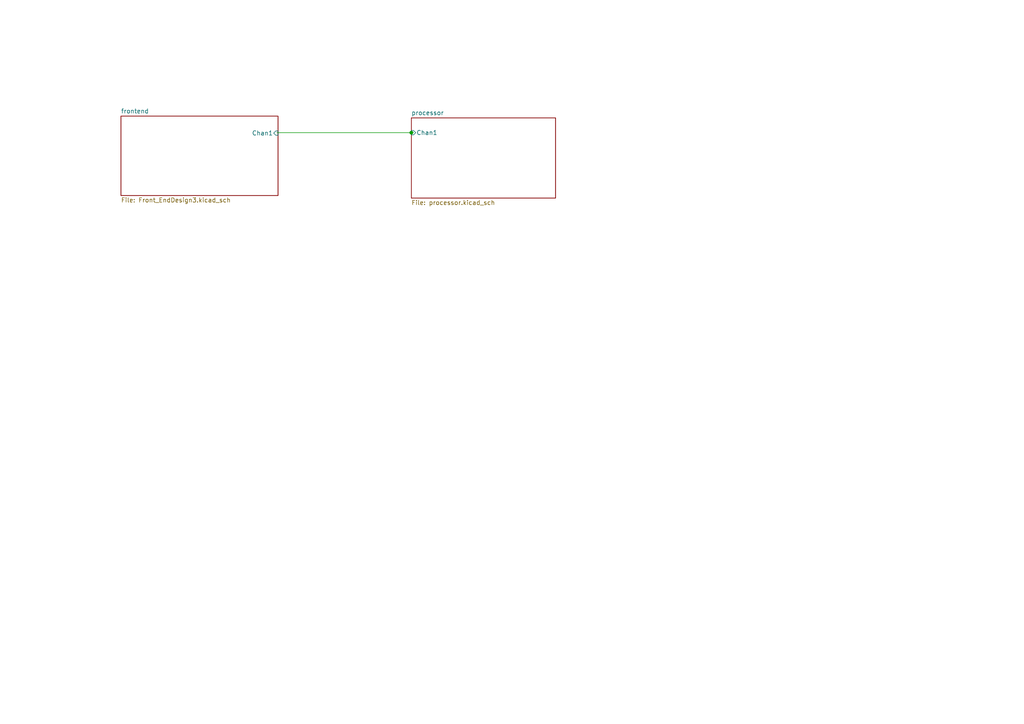
<source format=kicad_sch>
(kicad_sch (version 20211123) (generator eeschema)

  (uuid 092420ee-fae0-4bde-8574-34ba6211dd54)

  (paper "A4")

  (lib_symbols
  )

  (junction (at 119.3038 38.481) (diameter 0) (color 0 0 0 0)
    (uuid 3e590f58-f957-4fe6-98ee-9e3582be82bb)
  )

  (wire (pts (xy 80.2894 38.481) (xy 119.3038 38.481))
    (stroke (width 0) (type default) (color 0 0 0 0))
    (uuid 1bfe798d-c499-44bd-98f0-4a1be21a6b5b)
  )
  (wire (pts (xy 119.3038 38.481) (xy 119.8626 38.481))
    (stroke (width 0) (type default) (color 0 0 0 0))
    (uuid 2d38222e-5dc3-4e02-9ee7-75129b5b7b1e)
  )
  (wire (pts (xy 119.8626 38.3286) (xy 119.8626 38.481))
    (stroke (width 0) (type default) (color 0 0 0 0))
    (uuid a1c18234-9c7f-4df3-b65a-d58db9e9c3c8)
  )

  (sheet (at 35.0774 33.6804) (size 45.5676 23.0378) (fields_autoplaced)
    (stroke (width 0.1524) (type solid) (color 0 0 0 0))
    (fill (color 0 0 0 0.0000))
    (uuid 2303d865-104a-43a4-927c-205dddef97c9)
    (property "Sheet name" "frontend" (id 0) (at 35.0774 32.9688 0)
      (effects (font (size 1.27 1.27)) (justify left bottom))
    )
    (property "Sheet file" "Front_EndDesign3.kicad_sch" (id 1) (at 35.0774 57.3028 0)
      (effects (font (size 1.27 1.27)) (justify left top))
    )
    (pin "Chan1" input (at 80.645 38.608 0)
      (effects (font (size 1.27 1.27)) (justify right))
      (uuid c2fa8223-7587-4a93-b79f-53861f7b81d8)
    )
  )

  (sheet (at 119.3038 34.1884) (size 41.8338 23.2664) (fields_autoplaced)
    (stroke (width 0.1524) (type solid) (color 0 0 0 0))
    (fill (color 0 0 0 0.0000))
    (uuid 71336aca-3b23-48a7-b102-d085db75ed77)
    (property "Sheet name" "processor" (id 0) (at 119.3038 33.4768 0)
      (effects (font (size 1.27 1.27)) (justify left bottom))
    )
    (property "Sheet file" "processor.kicad_sch" (id 1) (at 119.3038 58.0394 0)
      (effects (font (size 1.27 1.27)) (justify left top))
    )
    (pin "Chan1" input (at 119.3038 38.481 180)
      (effects (font (size 1.27 1.27)) (justify left))
      (uuid af56c00a-a86a-47eb-9037-b400633c7bed)
    )
  )

  (sheet_instances
    (path "/" (page "1"))
    (path "/2303d865-104a-43a4-927c-205dddef97c9" (page "2"))
    (path "/71336aca-3b23-48a7-b102-d085db75ed77" (page "4"))
  )

  (symbol_instances
    (path "/2303d865-104a-43a4-927c-205dddef97c9/7e99d944-911f-44d7-af37-d47d2b01cf0a"
      (reference "#FLG01") (unit 1) (value "PWR_FLAG") (footprint "")
    )
    (path "/2303d865-104a-43a4-927c-205dddef97c9/9d94016a-f2e4-4ae8-9639-3b1d2073055a"
      (reference "#FLG0101") (unit 1) (value "PWR_FLAG") (footprint "")
    )
    (path "/2303d865-104a-43a4-927c-205dddef97c9/eadd9a49-f6f9-4717-9564-5dbb3f3e2ea7"
      (reference "#FLG0102") (unit 1) (value "PWR_FLAG") (footprint "")
    )
    (path "/2303d865-104a-43a4-927c-205dddef97c9/241c657b-1437-4076-903f-0a365ca3939e"
      (reference "#PWR01") (unit 1) (value "GND") (footprint "")
    )
    (path "/2303d865-104a-43a4-927c-205dddef97c9/36c25ff8-e2af-4d74-a047-130f2371b1b8"
      (reference "#PWR02") (unit 1) (value "GND") (footprint "")
    )
    (path "/2303d865-104a-43a4-927c-205dddef97c9/ac5effe7-ba0f-41d3-9ae7-90d8218b5991"
      (reference "#PWR03") (unit 1) (value "GND") (footprint "")
    )
    (path "/2303d865-104a-43a4-927c-205dddef97c9/5ed95573-b956-4465-a9f0-ec6ab9825122"
      (reference "#PWR04") (unit 1) (value "GND") (footprint "")
    )
    (path "/2303d865-104a-43a4-927c-205dddef97c9/d3ab3299-3ffd-4177-b61a-91734bbb03d6"
      (reference "#PWR05") (unit 1) (value "GND") (footprint "")
    )
    (path "/2303d865-104a-43a4-927c-205dddef97c9/f82482eb-25f9-4498-9f1f-7d727bb4b9da"
      (reference "#PWR06") (unit 1) (value "GND") (footprint "")
    )
    (path "/2303d865-104a-43a4-927c-205dddef97c9/2fc74646-2e97-49c5-93da-b435a6d4bcc4"
      (reference "#PWR07") (unit 1) (value "GND") (footprint "")
    )
    (path "/2303d865-104a-43a4-927c-205dddef97c9/a4cd4ecf-a792-4104-b8a4-0b067a34c43b"
      (reference "#PWR08") (unit 1) (value "GND") (footprint "")
    )
    (path "/2303d865-104a-43a4-927c-205dddef97c9/553e8ad6-eaf1-4fa5-a694-c341f4aac226"
      (reference "#PWR09") (unit 1) (value "-5V") (footprint "")
    )
    (path "/2303d865-104a-43a4-927c-205dddef97c9/f240eb06-f8d0-4986-bc26-ac3178ec20ab"
      (reference "#PWR010") (unit 1) (value "GND") (footprint "")
    )
    (path "/2303d865-104a-43a4-927c-205dddef97c9/d7aeb3b3-4ace-4409-8f28-6af70acf3aab"
      (reference "#PWR011") (unit 1) (value "+5V") (footprint "")
    )
    (path "/2303d865-104a-43a4-927c-205dddef97c9/bf39ec5e-fb87-4a5f-888b-abec5547c438"
      (reference "#PWR012") (unit 1) (value "GND") (footprint "")
    )
    (path "/2303d865-104a-43a4-927c-205dddef97c9/037b6afe-4f4a-44b0-8324-2c6bff04976b"
      (reference "#PWR013") (unit 1) (value "GND") (footprint "")
    )
    (path "/2303d865-104a-43a4-927c-205dddef97c9/ba9d0e73-0d60-4a12-a7a1-070dec8ca8b4"
      (reference "#PWR014") (unit 1) (value "+5V") (footprint "")
    )
    (path "/2303d865-104a-43a4-927c-205dddef97c9/ae19a871-ab70-48c1-a0e0-c3a49e514a83"
      (reference "#PWR015") (unit 1) (value "GND") (footprint "")
    )
    (path "/2303d865-104a-43a4-927c-205dddef97c9/1d85ed99-28a3-4d7b-98de-b0b65b3010b7"
      (reference "#PWR016") (unit 1) (value "GND") (footprint "")
    )
    (path "/2303d865-104a-43a4-927c-205dddef97c9/38fc532b-2053-4bb0-ba86-ca71376ed99a"
      (reference "#PWR017") (unit 1) (value "+5V") (footprint "")
    )
    (path "/2303d865-104a-43a4-927c-205dddef97c9/d4d5e9c1-3199-4970-9ce5-105e489403cc"
      (reference "#PWR018") (unit 1) (value "-5V") (footprint "")
    )
    (path "/2303d865-104a-43a4-927c-205dddef97c9/73b2f500-627f-4417-8417-97ecee9a3dc0"
      (reference "#PWR019") (unit 1) (value "GND") (footprint "")
    )
    (path "/2303d865-104a-43a4-927c-205dddef97c9/d9efa510-d694-420a-8b12-12c2e730c7ea"
      (reference "#PWR020") (unit 1) (value "GND") (footprint "")
    )
    (path "/2303d865-104a-43a4-927c-205dddef97c9/b3402108-2af6-4c1e-9639-351ac12db839"
      (reference "#PWR021") (unit 1) (value "+5V") (footprint "")
    )
    (path "/2303d865-104a-43a4-927c-205dddef97c9/57a0ac9b-74c7-44f8-9618-48867e256c26"
      (reference "#PWR022") (unit 1) (value "GND") (footprint "")
    )
    (path "/2303d865-104a-43a4-927c-205dddef97c9/e4527d01-5de4-4c46-95c0-e1ff9aa74a2d"
      (reference "#PWR023") (unit 1) (value "GND") (footprint "")
    )
    (path "/2303d865-104a-43a4-927c-205dddef97c9/285e32fa-3468-474a-b824-cad201def6a5"
      (reference "#PWR024") (unit 1) (value "GND") (footprint "")
    )
    (path "/2303d865-104a-43a4-927c-205dddef97c9/c04a26d2-0a36-4996-a73d-7baf82b96f6a"
      (reference "#PWR025") (unit 1) (value "GND") (footprint "")
    )
    (path "/2303d865-104a-43a4-927c-205dddef97c9/de86d242-f0f5-4436-a9b2-f87f7b019d59"
      (reference "#PWR026") (unit 1) (value "+5V") (footprint "")
    )
    (path "/2303d865-104a-43a4-927c-205dddef97c9/903af2c4-d289-4056-9b36-297754326874"
      (reference "#PWR027") (unit 1) (value "-5V") (footprint "")
    )
    (path "/2303d865-104a-43a4-927c-205dddef97c9/413c649d-0b19-4417-a529-20270fcd1405"
      (reference "#PWR028") (unit 1) (value "GND") (footprint "")
    )
    (path "/2303d865-104a-43a4-927c-205dddef97c9/aa707fd2-8d08-456e-a3fe-8f7db0d533d1"
      (reference "#PWR031") (unit 1) (value "GND") (footprint "")
    )
    (path "/2303d865-104a-43a4-927c-205dddef97c9/3bd7532a-5af5-4063-8ad2-fbf48f824641"
      (reference "#PWR032") (unit 1) (value "+5V") (footprint "")
    )
    (path "/2303d865-104a-43a4-927c-205dddef97c9/b63e4754-a9cf-4a27-909b-22e833e9f7f1"
      (reference "#PWR033") (unit 1) (value "-5V") (footprint "")
    )
    (path "/2303d865-104a-43a4-927c-205dddef97c9/53e8c01b-eb75-42be-9021-81687cde860b"
      (reference "#PWR034") (unit 1) (value "+5V") (footprint "")
    )
    (path "/2303d865-104a-43a4-927c-205dddef97c9/141a0976-ee47-494e-a4e5-d837a689edcf"
      (reference "#PWR035") (unit 1) (value "GND") (footprint "")
    )
    (path "/2303d865-104a-43a4-927c-205dddef97c9/879075d4-5c7b-44b0-87a3-410fd960d2a3"
      (reference "#PWR036") (unit 1) (value "GND") (footprint "")
    )
    (path "/2303d865-104a-43a4-927c-205dddef97c9/cc54b505-ad35-429c-9202-d5031579e4b5"
      (reference "#PWR037") (unit 1) (value "GND") (footprint "")
    )
    (path "/2303d865-104a-43a4-927c-205dddef97c9/c8ba1698-076d-4a3d-95fd-942427dd71c5"
      (reference "#PWR038") (unit 1) (value "GND") (footprint "")
    )
    (path "/2303d865-104a-43a4-927c-205dddef97c9/5c0f65e7-de38-40ec-8fe1-e1beb42ee5a2"
      (reference "#PWR0101") (unit 1) (value "GND") (footprint "")
    )
    (path "/2303d865-104a-43a4-927c-205dddef97c9/874d48e3-b248-47c6-817e-193eee914032"
      (reference "#PWR0102") (unit 1) (value "+3.3V") (footprint "")
    )
    (path "/2303d865-104a-43a4-927c-205dddef97c9/1e5c252f-799f-4878-b87c-9ef86515fece"
      (reference "#PWR0103") (unit 1) (value "GND") (footprint "")
    )
    (path "/2303d865-104a-43a4-927c-205dddef97c9/7c7b335a-9f92-407a-8a39-e9a7f12e149c"
      (reference "#PWR0104") (unit 1) (value "GND") (footprint "")
    )
    (path "/2303d865-104a-43a4-927c-205dddef97c9/f3539513-3724-4f59-a72a-6a3765fa159f"
      (reference "#PWR0105") (unit 1) (value "-5V") (footprint "")
    )
    (path "/2303d865-104a-43a4-927c-205dddef97c9/8594332f-f681-4088-ad26-989b33d698f0"
      (reference "C1") (unit 1) (value "200p") (footprint "Capacitor_SMD:C_0603_1608Metric_Pad1.08x0.95mm_HandSolder")
    )
    (path "/2303d865-104a-43a4-927c-205dddef97c9/2f48e0f7-c88a-49e3-9287-73f408f089e5"
      (reference "C2") (unit 1) (value "820p") (footprint "Capacitor_SMD:C_0603_1608Metric_Pad1.08x0.95mm_HandSolder")
    )
    (path "/2303d865-104a-43a4-927c-205dddef97c9/57c46c51-f4b6-4623-bb8d-a666bd279dae"
      (reference "C3") (unit 1) (value "68p") (footprint "Capacitor_SMD:C_0603_1608Metric_Pad1.08x0.95mm_HandSolder")
    )
    (path "/2303d865-104a-43a4-927c-205dddef97c9/868dc29a-d923-43e7-896a-166b62372e43"
      (reference "C4") (unit 1) (value "820p") (footprint "Capacitor_SMD:C_0603_1608Metric_Pad1.08x0.95mm_HandSolder")
    )
    (path "/2303d865-104a-43a4-927c-205dddef97c9/0bd7aec5-3860-4eeb-9429-2701048ff942"
      (reference "C5") (unit 1) (value "10u") (footprint "Capacitor_SMD:C_0603_1608Metric_Pad1.08x0.95mm_HandSolder")
    )
    (path "/2303d865-104a-43a4-927c-205dddef97c9/57bd38f2-0f9a-44f3-a27d-c571ae40ab75"
      (reference "C6") (unit 1) (value "100n") (footprint "Capacitor_SMD:C_0603_1608Metric_Pad1.08x0.95mm_HandSolder")
    )
    (path "/2303d865-104a-43a4-927c-205dddef97c9/58b1f7b2-e3ac-47b9-82b1-4172aa3c9b25"
      (reference "C7") (unit 1) (value "47n") (footprint "Capacitor_SMD:C_0603_1608Metric_Pad1.08x0.95mm_HandSolder")
    )
    (path "/2303d865-104a-43a4-927c-205dddef97c9/b4e02219-cf46-40da-83b8-27197724ef80"
      (reference "C8") (unit 1) (value "1.5u") (footprint "Capacitor_SMD:C_0603_1608Metric_Pad1.08x0.95mm_HandSolder")
    )
    (path "/2303d865-104a-43a4-927c-205dddef97c9/c1acade8-2f23-4a2e-ba66-aeb69dcfc31b"
      (reference "C9") (unit 1) (value "100n") (footprint "Capacitor_SMD:C_0603_1608Metric_Pad1.08x0.95mm_HandSolder")
    )
    (path "/2303d865-104a-43a4-927c-205dddef97c9/89078909-a11f-4fe5-aa29-ad2e8ad6ce49"
      (reference "C10") (unit 1) (value "1m") (footprint "Capacitor_SMD:C_0603_1608Metric_Pad1.08x0.95mm_HandSolder")
    )
    (path "/2303d865-104a-43a4-927c-205dddef97c9/3c57aef4-f28c-4a63-ab86-33104fe2f674"
      (reference "C11") (unit 1) (value "100nF") (footprint "Capacitor_SMD:C_0603_1608Metric_Pad1.08x0.95mm_HandSolder")
    )
    (path "/2303d865-104a-43a4-927c-205dddef97c9/e00c6acf-677f-4179-8104-957050c67b90"
      (reference "C12") (unit 1) (value "100n") (footprint "Capacitor_SMD:C_0603_1608Metric_Pad1.08x0.95mm_HandSolder")
    )
    (path "/2303d865-104a-43a4-927c-205dddef97c9/3b439419-1f3a-4de2-8955-79c6d45661d4"
      (reference "C13") (unit 1) (value "1u") (footprint "Capacitor_SMD:C_0603_1608Metric_Pad1.08x0.95mm_HandSolder")
    )
    (path "/2303d865-104a-43a4-927c-205dddef97c9/652da465-ea48-40ad-807f-4475a3490942"
      (reference "C14") (unit 1) (value "10u") (footprint "Capacitor_SMD:C_0603_1608Metric_Pad1.08x0.95mm_HandSolder")
    )
    (path "/2303d865-104a-43a4-927c-205dddef97c9/37a0d71e-b695-4dc0-a58f-27f5a9868760"
      (reference "C15") (unit 1) (value "1u") (footprint "Capacitor_SMD:C_0603_1608Metric_Pad1.08x0.95mm_HandSolder")
    )
    (path "/2303d865-104a-43a4-927c-205dddef97c9/6c541dcb-deb6-403e-8e7c-77a4f90ceffb"
      (reference "C17") (unit 1) (value "100n") (footprint "Capacitor_SMD:C_0603_1608Metric_Pad1.08x0.95mm_HandSolder")
    )
    (path "/2303d865-104a-43a4-927c-205dddef97c9/9638f2ac-4e67-494c-9c36-2768f6c4d7c9"
      (reference "C18") (unit 1) (value "10u") (footprint "Capacitor_SMD:C_0603_1608Metric_Pad1.08x0.95mm_HandSolder")
    )
    (path "/2303d865-104a-43a4-927c-205dddef97c9/fac3d4c9-5608-4399-bfc8-7e8743311aa2"
      (reference "C20") (unit 1) (value "100n") (footprint "Capacitor_SMD:C_0603_1608Metric_Pad1.08x0.95mm_HandSolder")
    )
    (path "/2303d865-104a-43a4-927c-205dddef97c9/ece47856-9f0c-4acd-bc7d-754cf3934013"
      (reference "C21") (unit 1) (value "160p") (footprint "Capacitor_SMD:C_0603_1608Metric_Pad1.08x0.95mm_HandSolder")
    )
    (path "/2303d865-104a-43a4-927c-205dddef97c9/3aa6f0e9-eb5c-437e-ad16-924c2e246020"
      (reference "C22") (unit 1) (value "100n") (footprint "Capacitor_SMD:C_0603_1608Metric_Pad1.08x0.95mm_HandSolder")
    )
    (path "/2303d865-104a-43a4-927c-205dddef97c9/e8de3271-5d64-4a13-89de-f7a695d5f46d"
      (reference "D1") (unit 1) (value "BAV199DW") (footprint "Package_TO_SOT_SMD:SOT-23")
    )
    (path "/2303d865-104a-43a4-927c-205dddef97c9/33662f7c-d63d-4068-a0b3-6aedb0a77447"
      (reference "D2") (unit 1) (value "1N4148") (footprint "Diode_THT:D_DO-35_SOD27_P7.62mm_Horizontal")
    )
    (path "/2303d865-104a-43a4-927c-205dddef97c9/34bbf1df-9169-4ef6-9dcf-bf9c90604562"
      (reference "GD1") (unit 1) (value "GDT_SH90") (footprint "digikey-footprints:SH90_1")
    )
    (path "/2303d865-104a-43a4-927c-205dddef97c9/78f64aa0-54c7-47ee-ad5c-5b25f005799a"
      (reference "J1") (unit 1) (value "Chanel 1 input") (footprint "Connector_PinHeader_2.54mm:PinHeader_1x01_P2.54mm_Vertical")
    )
    (path "/2303d865-104a-43a4-927c-205dddef97c9/9e5a7585-6b6e-4616-ab98-d5abc94b1574"
      (reference "J2") (unit 1) (value "2174507-2") (footprint "J_SMD_2174507-2-5_7.8_5_2.71")
    )
    (path "/2303d865-104a-43a4-927c-205dddef97c9/6217637a-e412-48cf-9ccc-88b7c6db14ad"
      (reference "J3") (unit 1) (value "T_att") (footprint "Connector_PinHeader_2.54mm:PinHeader_1x01_P2.54mm_Vertical")
    )
    (path "/2303d865-104a-43a4-927c-205dddef97c9/f3fd1e3a-cbcc-485b-9485-e6abb9a9e644"
      (reference "J4") (unit 1) (value "Conn_01x01") (footprint "Connector_PinHeader_2.54mm:PinHeader_1x01_P2.54mm_Vertical")
    )
    (path "/2303d865-104a-43a4-927c-205dddef97c9/fef3e755-540d-497e-a630-051e1055fc43"
      (reference "J5") (unit 1) (value "T_acdc") (footprint "Connector_PinHeader_2.54mm:PinHeader_1x01_P2.54mm_Vertical")
    )
    (path "/2303d865-104a-43a4-927c-205dddef97c9/fae5c8e4-4ace-464f-9392-9b9817d3be69"
      (reference "J6") (unit 1) (value "T_P5V") (footprint "Connector_PinHeader_2.54mm:PinHeader_1x01_P2.54mm_Vertical")
    )
    (path "/2303d865-104a-43a4-927c-205dddef97c9/29632b70-aaed-46f1-8d36-7fcba731c65f"
      (reference "J7") (unit 1) (value "T_amp") (footprint "Connector_PinHeader_2.54mm:PinHeader_1x01_P2.54mm_Vertical")
    )
    (path "/2303d865-104a-43a4-927c-205dddef97c9/cb8f0083-d956-4ab4-bec8-32b06573e352"
      (reference "J8") (unit 1) (value "Conn_01x01") (footprint "Connector_PinHeader_2.54mm:PinHeader_1x01_P2.54mm_Vertical")
    )
    (path "/2303d865-104a-43a4-927c-205dddef97c9/3f4e88cc-cf3e-40cc-b841-aef463a46803"
      (reference "J9") (unit 1) (value "T_pwm") (footprint "Connector_PinHeader_2.54mm:PinHeader_1x01_P2.54mm_Vertical")
    )
    (path "/2303d865-104a-43a4-927c-205dddef97c9/9af7717a-477c-4c4f-abc2-c716248df1f8"
      (reference "J10") (unit 1) (value "T_N5V") (footprint "Connector_PinHeader_2.54mm:PinHeader_1x01_P2.54mm_Vertical")
    )
    (path "/2303d865-104a-43a4-927c-205dddef97c9/7772443e-70be-44d8-8ebd-0cdebf6d4599"
      (reference "J11") (unit 1) (value "GPIO") (footprint "Connector_PinHeader_2.54mm:PinHeader_1x10_P2.54mm_Vertical")
    )
    (path "/2303d865-104a-43a4-927c-205dddef97c9/15f2416b-ca01-4217-8222-cd9b0848225b"
      (reference "J12") (unit 1) (value "T_buf") (footprint "Connector_PinHeader_2.54mm:PinHeader_1x01_P2.54mm_Vertical")
    )
    (path "/2303d865-104a-43a4-927c-205dddef97c9/0514ae01-b2f0-404a-a6b0-fa72cb10ded3"
      (reference "J13") (unit 1) (value "ADC") (footprint "Connector_PinHeader_2.54mm:PinHeader_1x01_P2.54mm_Vertical")
    )
    (path "/2303d865-104a-43a4-927c-205dddef97c9/364345ba-bc99-4bd6-ac34-af53688af407"
      (reference "J14") (unit 1) (value "+3.3 V") (footprint "Connector_PinHeader_2.54mm:PinHeader_1x01_P2.54mm_Vertical")
    )
    (path "/2303d865-104a-43a4-927c-205dddef97c9/41813573-2507-48f5-bd8d-b6d9cfad297f"
      (reference "K1") (unit 1) (value "G5V-2") (footprint "Relay_THT:Relay_DPDT_Omron_G5V-2")
    )
    (path "/2303d865-104a-43a4-927c-205dddef97c9/56e39dbf-260e-426a-94fb-b3dacf544e49"
      (reference "L1") (unit 1) (value "10u") (footprint "Inductor_SMD:L_0603_1608Metric_Pad1.05x0.95mm_HandSolder")
    )
    (path "/2303d865-104a-43a4-927c-205dddef97c9/bfd5dca2-16e8-4d40-856c-4445e2f98099"
      (reference "Q1") (unit 1) (value "IRLML6402TRPBF") (footprint "digikey-footprints:SOT-23-3")
    )
    (path "/2303d865-104a-43a4-927c-205dddef97c9/f0260a96-e8a8-4cf2-9759-bbcce62dd736"
      (reference "R1") (unit 1) (value "820K") (footprint "Resistor_SMD:R_0603_1608Metric_Pad0.98x0.95mm_HandSolder")
    )
    (path "/2303d865-104a-43a4-927c-205dddef97c9/64c35e43-85f4-4385-9319-f3d5feb0218f"
      (reference "R2") (unit 1) (value "200k") (footprint "Resistor_SMD:R_0603_1608Metric_Pad0.98x0.95mm_HandSolder")
    )
    (path "/2303d865-104a-43a4-927c-205dddef97c9/9d9b2b55-96b0-4e69-ba6b-aa5c4ae06e8a"
      (reference "R3") (unit 1) (value "820K") (footprint "Resistor_SMD:R_0603_1608Metric_Pad0.98x0.95mm_HandSolder")
    )
    (path "/2303d865-104a-43a4-927c-205dddef97c9/4a73c332-1e0d-49f4-ae59-501c509e46d3"
      (reference "R4") (unit 1) (value "68K") (footprint "Resistor_SMD:R_0603_1608Metric_Pad0.98x0.95mm_HandSolder")
    )
    (path "/2303d865-104a-43a4-927c-205dddef97c9/b663048d-fc9d-4529-8a68-9c1e880098d1"
      (reference "R5") (unit 1) (value "240") (footprint "Resistor_SMD:R_0603_1608Metric_Pad0.98x0.95mm_HandSolder")
    )
    (path "/2303d865-104a-43a4-927c-205dddef97c9/3d483a62-8c72-476e-879f-fe254688aae1"
      (reference "R6") (unit 1) (value "27k") (footprint "Resistor_SMD:R_0603_1608Metric_Pad0.98x0.95mm_HandSolder")
    )
    (path "/2303d865-104a-43a4-927c-205dddef97c9/82cf3343-fc8b-43e7-8338-7249d421855f"
      (reference "R7") (unit 1) (value "1K") (footprint "Resistor_SMD:R_0603_1608Metric_Pad0.98x0.95mm_HandSolder")
    )
    (path "/2303d865-104a-43a4-927c-205dddef97c9/ecb6e4ef-0f63-4986-8aae-92159cdd2897"
      (reference "R8") (unit 1) (value "6.2") (footprint "Resistor_SMD:R_0603_1608Metric_Pad0.98x0.95mm_HandSolder")
    )
    (path "/2303d865-104a-43a4-927c-205dddef97c9/2f68a6d9-ce21-495a-9dee-db36d9862554"
      (reference "R9") (unit 1) (value "6.2") (footprint "Resistor_SMD:R_0603_1608Metric_Pad0.98x0.95mm_HandSolder")
    )
    (path "/2303d865-104a-43a4-927c-205dddef97c9/9e9d786b-860e-41f8-b67a-e6c060287938"
      (reference "R10") (unit 1) (value "3.9K") (footprint "Resistor_SMD:R_0603_1608Metric_Pad0.98x0.95mm_HandSolder")
    )
    (path "/2303d865-104a-43a4-927c-205dddef97c9/6217f30c-d3af-4643-8e9d-08c1265198f5"
      (reference "R11") (unit 1) (value "1.5K") (footprint "Resistor_SMD:R_0603_1608Metric_Pad0.98x0.95mm_HandSolder")
    )
    (path "/2303d865-104a-43a4-927c-205dddef97c9/5385124c-7f5d-4649-aaab-8d8fc02f962b"
      (reference "R12") (unit 1) (value "9.1K") (footprint "Resistor_SMD:R_0603_1608Metric_Pad0.98x0.95mm_HandSolder")
    )
    (path "/2303d865-104a-43a4-927c-205dddef97c9/b4135859-c7e3-4aa7-a9af-396a1f5981a2"
      (reference "R13") (unit 1) (value "1K") (footprint "Resistor_SMD:R_0603_1608Metric_Pad0.98x0.95mm_HandSolder")
    )
    (path "/2303d865-104a-43a4-927c-205dddef97c9/92a4b237-bc22-4a82-a43d-6442b36ba765"
      (reference "R14") (unit 1) (value "2K") (footprint "Resistor_SMD:R_0603_1608Metric_Pad0.98x0.95mm_HandSolder")
    )
    (path "/2303d865-104a-43a4-927c-205dddef97c9/594c586a-7bd7-443d-a9b6-5e70df332e48"
      (reference "R15") (unit 1) (value "2k") (footprint "Resistor_SMD:R_0603_1608Metric_Pad0.98x0.95mm_HandSolder")
    )
    (path "/2303d865-104a-43a4-927c-205dddef97c9/ed5aaed3-cf2f-4973-82cc-fa5477488fb1"
      (reference "R16") (unit 1) (value "1K") (footprint "Resistor_SMD:R_0603_1608Metric_Pad0.98x0.95mm_HandSolder")
    )
    (path "/2303d865-104a-43a4-927c-205dddef97c9/46b0e874-946f-4dd4-8bf2-2bd5c0570a96"
      (reference "R17") (unit 1) (value "100") (footprint "Resistor_SMD:R_0603_1608Metric_Pad0.98x0.95mm_HandSolder")
    )
    (path "/2303d865-104a-43a4-927c-205dddef97c9/34b108b0-10d4-43b1-8873-7fc333db9f5a"
      (reference "U1") (unit 1) (value "DG412xY") (footprint "Package_SO:SOIC-16_3.9x9.9mm_P1.27mm")
    )
    (path "/2303d865-104a-43a4-927c-205dddef97c9/f309741d-7f1d-4dfb-9cc8-21a6edf2e330"
      (reference "U1") (unit 2) (value "DG412xY") (footprint "Package_SO:SOIC-16_3.9x9.9mm_P1.27mm")
    )
    (path "/2303d865-104a-43a4-927c-205dddef97c9/1bb83fba-2493-4120-9f42-76180a195bc7"
      (reference "U1") (unit 3) (value "DG412xY") (footprint "Package_SO:SOIC-16_3.9x9.9mm_P1.27mm")
    )
    (path "/2303d865-104a-43a4-927c-205dddef97c9/41e732be-1554-4499-be02-674c86832901"
      (reference "U1") (unit 4) (value "DG412xY") (footprint "Package_SO:SOIC-16_3.9x9.9mm_P1.27mm")
    )
    (path "/2303d865-104a-43a4-927c-205dddef97c9/878efc75-4ee3-46c0-893b-f00848585ddd"
      (reference "U1") (unit 5) (value "DG412xY") (footprint "Package_SO:SOIC-16_3.9x9.9mm_P1.27mm")
    )
    (path "/2303d865-104a-43a4-927c-205dddef97c9/ae38aeeb-eebc-456d-8178-62b48069ebd2"
      (reference "U2") (unit 1) (value "AQY284SX") (footprint "Package_SO:SOP-4_3.8x4.1mm_P2.54mm")
    )
    (path "/2303d865-104a-43a4-927c-205dddef97c9/015f7bec-334a-43c1-80e8-341eb53958c5"
      (reference "U3") (unit 1) (value "LMP7731") (footprint "Package_TO_SOT_SMD:SOT-23-5_HandSoldering")
    )
    (path "/2303d865-104a-43a4-927c-205dddef97c9/72d675c4-e4c3-43b3-946c-dce43807eb6a"
      (reference "U4") (unit 1) (value "LTC1983ES6-5#TRPBF") (footprint "Package_TO_SOT_SMD:SOT-23-6_Handsoldering")
    )
    (path "/2303d865-104a-43a4-927c-205dddef97c9/d266173e-481a-4c08-acb4-6c840128853d"
      (reference "U5") (unit 1) (value "LMP7731") (footprint "Package_TO_SOT_SMD:SOT-23-5_HandSoldering")
    )
    (path "/2303d865-104a-43a4-927c-205dddef97c9/ac3b137c-aecf-42cd-8a85-e6a492cab9ec"
      (reference "U6") (unit 1) (value "OPA863") (footprint "Package_TO_SOT_SMD:SOT-23-6_Handsoldering")
    )
    (path "/71336aca-3b23-48a7-b102-d085db75ed77/7100ee29-e111-4fb6-927f-d049d3009ec5"
      (reference "U?") (unit 1) (value "STM32F303RETx") (footprint "Package_QFP:LQFP-64_10x10mm_P0.5mm")
    )
    (path "/2303d865-104a-43a4-927c-205dddef97c9/e45bbbfa-19fc-40b8-9e9e-02358692a828"
      (reference "c16") (unit 1) (value "100n") (footprint "Capacitor_SMD:C_0603_1608Metric_Pad1.08x0.95mm_HandSolder")
    )
    (path "/2303d865-104a-43a4-927c-205dddef97c9/bd6641cb-fca4-4c46-9f0a-244c6b112789"
      (reference "c19") (unit 1) (value "100n") (footprint "Capacitor_SMD:C_0603_1608Metric_Pad1.08x0.95mm_HandSolder")
    )
  )
)

</source>
